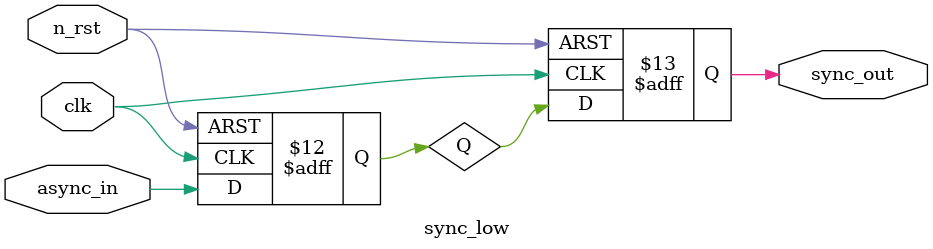
<source format=sv>

module sync_low(
		input wire clk,
		input wire n_rst,
		input wire async_in,
		output reg sync_out
		);

   reg 			    Q; //flip flop signal name
   
   always_ff @ (posedge clk, negedge n_rst)
     begin
	if(1'b0 == n_rst)
	  begin
	     Q <= 0;
	     sync_out <= 0;
	  end
	else if(async_in == 0 || async_in == 1)
	  begin
	     Q <= async_in;
	     sync_out <= Q;
	  end
	else
	       begin
		  Q <= 0;
		  sync_out <= 0;
	       end
	  end // always_ff @

   endmodule
	    
   

</source>
